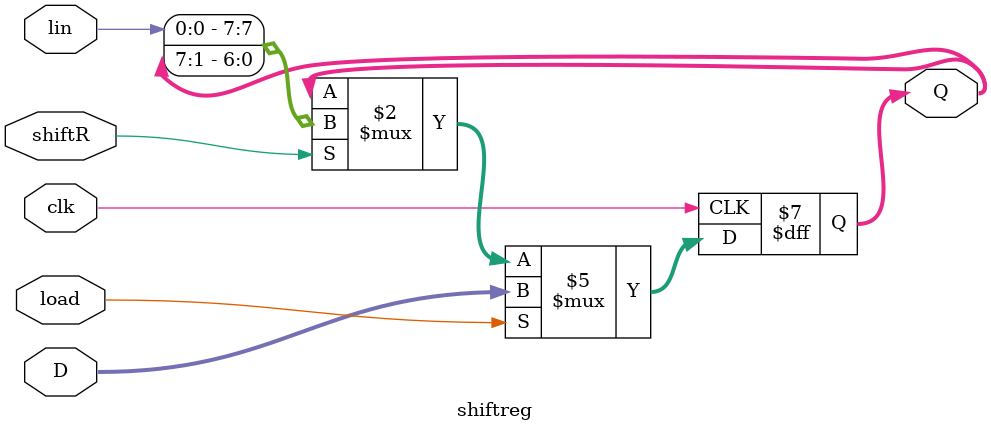
<source format=v>
module serial_adder(
input ain, bin, clk, start, resetn,
output [7:0] sum, output reg done, output  c);
//wires for connecting different modules
wire [7:0] rxQ, ryQ, rsQ;wire fas, fac, dffc;
reg [3:0] count =4'b1111;
reg [7:0] D =0;
reg load = 0;
//connecting wires from modules to output registers.
assign sum = rsQ;
assign c = fac;
shiftreg regX(.D(D), .load(load), .shiftR(!done),.lin(ain), .clk(clk), .Q(rxQ));
shiftreg regY(.D(D), .load(load), .shiftR(!done),.lin(bin), .clk(clk), .Q(ryQ));
shiftreg regSum(.D(D), .load(load), .shiftR(!done),.lin(fas), .clk(clk), .Q(rsQ));
fulladder fa(.a(rxQ[0]), .b(ryQ[0]), .cin(dffc), .sum(fas), .cout(fac));
dflipflop da(.d(fac), .reset(load), .clk(clk), .q(dffc));
//for decrementing counter and making a reset button for entire module.
always @(posedge clk, negedge resetn)
begin
if(!resetn) begin
load<= 1;
count<=15;
done<=0;
end else if(start) begin
load<= 0;
if(count >0) begin done <= 0;
count<= count -1;
	end
else done <=1;
end
end
endmodule
//single bit full adder module required.
module fulladder(input a, b, cin, output sum, cout);
assign sum = cin^(a^b);
assign cout = (a&b) | cin&(a^b);
endmodule
// D flip flop
module dflipflop(input d, reset, clk, output reg q);
always@(posedge clk, posedge reset)
begin
if(reset) q=0;
else begin
q=d;
end
end
endmodule
//8 bit shift register with load support.
module shiftreg (input [7:0]D, input load, shiftR, lin, clk, output reg [7:0]Q);

always @(posedge clk)
begin
if(load) Q<=D;
else if(shiftR) Q <= {lin, Q[7:1]};
end
endmodule
</source>
